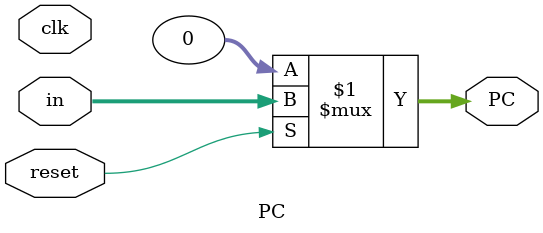
<source format=v>
`timescale 1ns / 1ps


module PC(
    input clk,
    input reset,
    input [31:0] in,
    output [31:0] PC
    );

assign PC = reset ? in: 0;   
    
endmodule

</source>
